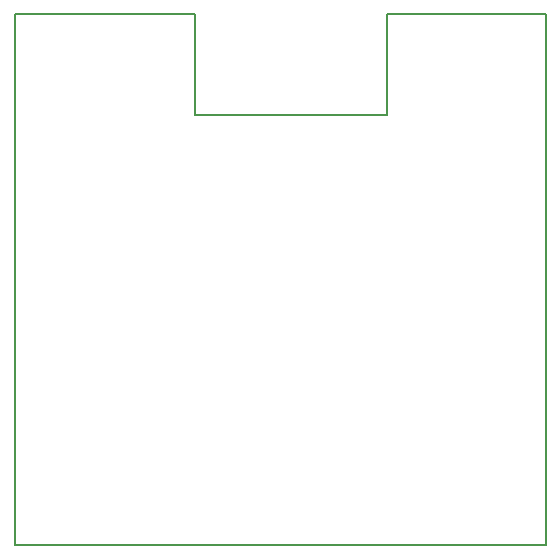
<source format=gko>
G04 Layer_Color=16711935*
%FSTAX24Y24*%
%MOIN*%
G70*
G01*
G75*
%ADD35C,0.0080*%
D35*
X038976Y044291D02*
X044291D01*
X038976Y040925D02*
Y044291D01*
X032598Y040925D02*
X038976D01*
X032598D02*
Y044291D01*
X026575D02*
X032598D01*
X026575Y026575D02*
X044291D01*
Y044291D01*
X026575Y026575D02*
Y044291D01*
M02*

</source>
